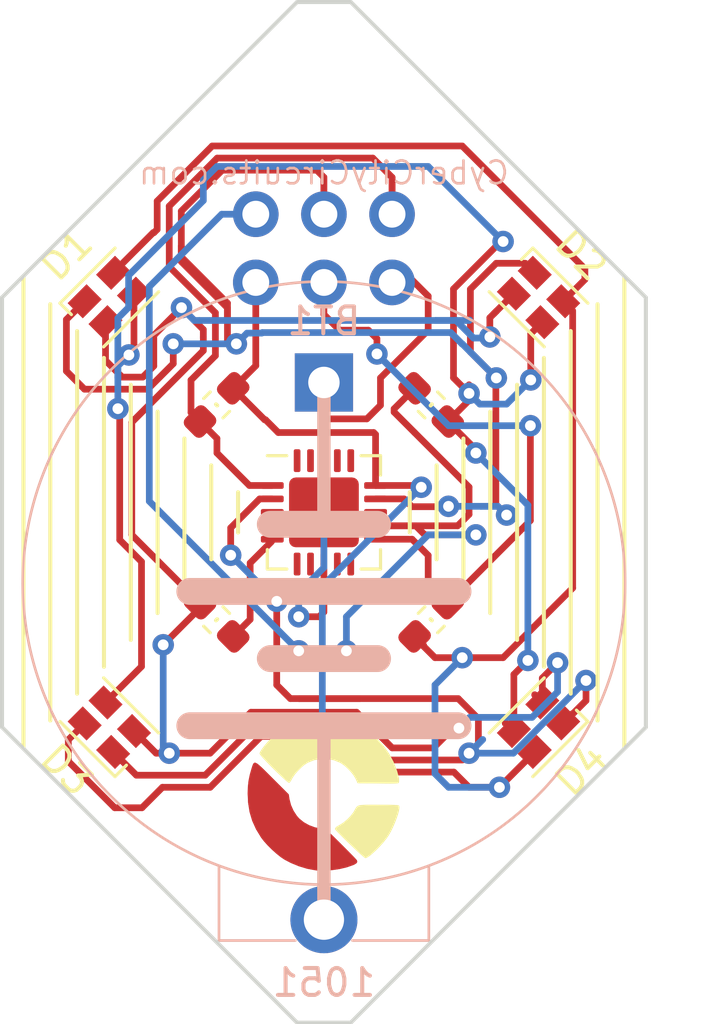
<source format=kicad_pcb>
(kicad_pcb (version 20171130) (host pcbnew "(5.1.6)-1")

  (general
    (thickness 1.6)
    (drawings 28)
    (tracks 325)
    (zones 0)
    (modules 13)
    (nets 24)
  )

  (page A4)
  (layers
    (0 F.Cu signal)
    (31 B.Cu signal)
    (32 B.Adhes user)
    (33 F.Adhes user)
    (34 B.Paste user)
    (35 F.Paste user)
    (36 B.SilkS user)
    (37 F.SilkS user)
    (38 B.Mask user)
    (39 F.Mask user)
    (40 Dwgs.User user)
    (41 Cmts.User user)
    (42 Eco1.User user)
    (43 Eco2.User user)
    (44 Edge.Cuts user)
    (45 Margin user)
    (46 B.CrtYd user)
    (47 F.CrtYd user)
    (48 B.Fab user)
    (49 F.Fab user)
  )

  (setup
    (last_trace_width 0.25)
    (trace_clearance 0.2)
    (zone_clearance 0.508)
    (zone_45_only no)
    (trace_min 0.2)
    (via_size 0.8)
    (via_drill 0.4)
    (via_min_size 0.4)
    (via_min_drill 0.3)
    (uvia_size 0.3)
    (uvia_drill 0.1)
    (uvias_allowed no)
    (uvia_min_size 0.2)
    (uvia_min_drill 0.1)
    (edge_width 0.15)
    (segment_width 0.2)
    (pcb_text_width 0.3)
    (pcb_text_size 1.5 1.5)
    (mod_edge_width 0.15)
    (mod_text_size 1 1)
    (mod_text_width 0.15)
    (pad_size 2.6 2.6)
    (pad_drill 0)
    (pad_to_mask_clearance 0.2)
    (aux_axis_origin 87.74 119.04)
    (visible_elements 7FFFFFFF)
    (pcbplotparams
      (layerselection 0x010fc_ffffffff)
      (usegerberextensions false)
      (usegerberattributes false)
      (usegerberadvancedattributes false)
      (creategerberjobfile true)
      (excludeedgelayer true)
      (linewidth 0.100000)
      (plotframeref false)
      (viasonmask false)
      (mode 1)
      (useauxorigin false)
      (hpglpennumber 1)
      (hpglpenspeed 20)
      (hpglpendiameter 15.000000)
      (psnegative false)
      (psa4output false)
      (plotreference true)
      (plotvalue true)
      (plotinvisibletext false)
      (padsonsilk false)
      (subtractmaskfromsilk true)
      (outputformat 1)
      (mirror false)
      (drillshape 0)
      (scaleselection 1)
      (outputdirectory "../Gerbers/"))
  )

  (net 0 "")
  (net 1 A0)
  (net 2 B)
  (net 3 A1)
  (net 4 R)
  (net 5 G)
  (net 6 VCC)
  (net 7 GND)
  (net 8 ATTINY85_MISO)
  (net 9 ATTINY85_MOSI)
  (net 10 ATTINY85_RESET)
  (net 11 "Net-(U1-Pad3)")
  (net 12 "Net-(U1-Pad4)")
  (net 13 "Net-(U1-Pad6)")
  (net 14 "Net-(U1-Pad7)")
  (net 15 "Net-(U1-Pad9)")
  (net 16 "Net-(U1-Pad10)")
  (net 17 "Net-(U1-Pad13)")
  (net 18 "Net-(U1-Pad16)")
  (net 19 "Net-(U1-Pad17)")
  (net 20 "Net-(U1-Pad18)")
  (net 21 "Net-(U1-Pad19)")
  (net 22 "Net-(U1-Pad20)")
  (net 23 ATTINY85_PB4)

  (net_class Default "This is the default net class."
    (clearance 0.2)
    (trace_width 0.25)
    (via_dia 0.8)
    (via_drill 0.4)
    (uvia_dia 0.3)
    (uvia_drill 0.1)
    (add_net A0)
    (add_net A1)
    (add_net ATTINY85_MISO)
    (add_net ATTINY85_MOSI)
    (add_net ATTINY85_PB4)
    (add_net ATTINY85_RESET)
    (add_net B)
    (add_net G)
    (add_net GND)
    (add_net "Net-(U1-Pad10)")
    (add_net "Net-(U1-Pad13)")
    (add_net "Net-(U1-Pad16)")
    (add_net "Net-(U1-Pad17)")
    (add_net "Net-(U1-Pad18)")
    (add_net "Net-(U1-Pad19)")
    (add_net "Net-(U1-Pad20)")
    (add_net "Net-(U1-Pad3)")
    (add_net "Net-(U1-Pad4)")
    (add_net "Net-(U1-Pad6)")
    (add_net "Net-(U1-Pad7)")
    (add_net "Net-(U1-Pad9)")
    (add_net R)
    (add_net VCC)
  )

  (module "CCC-Schematic-Footprints:Schematic - Battery CR2032" (layer B.Cu) (tedit 5ECF20F3) (tstamp 5ECF9637)
    (at 100 105.07 270)
    (descr http://www.memoryprotectiondevices.com/datasheets/BS-7-datasheet.pdf)
    (path /5C6D3B8A)
    (fp_text reference BT1 (at -12.192 0) (layer B.SilkS)
      (effects (font (size 1 1) (thickness 0.15)) (justify mirror))
    )
    (fp_text value Battery_Cell (at -0.254 -13.56 90) (layer B.Fab)
      (effects (font (size 1 1) (thickness 0.15)) (justify mirror))
    )
    (fp_line (start -4.626 0) (end -9.906 0) (layer B.SilkS) (width 0.5))
    (fp_line (start 10.094 0) (end 2.874 0) (layer B.SilkS) (width 0.5))
    (fp_line (start -4.626 -2) (end -4.626 2) (layer B.SilkS) (width 1))
    (fp_line (start -2.126 -5) (end -2.126 5) (layer B.SilkS) (width 1))
    (fp_line (start 0.374 -2) (end 0.374 2) (layer B.SilkS) (width 1))
    (fp_line (start 2.874 -5) (end 2.874 5) (layer B.SilkS) (width 1))
    (fp_circle (center -2.4384 0) (end -13.6144 0) (layer B.Fab) (width 0.1))
    (fp_circle (center -2.4384 0) (end -13.6652 0) (layer B.SilkS) (width 0.1))
    (fp_line (start 8.0772 3.81) (end 10.7696 3.81) (layer B.Fab) (width 0.1))
    (fp_line (start 8.0772 -3.81) (end 10.7696 -3.81) (layer B.Fab) (width 0.1))
    (fp_line (start 10.7696 3.81) (end 10.7696 -3.81) (layer B.Fab) (width 0.1))
    (fp_line (start 8.128 3.9116) (end 10.8712 3.9116) (layer B.SilkS) (width 0.1))
    (fp_line (start 8.128 -3.9116) (end 10.8712 -3.9116) (layer B.SilkS) (width 0.1))
    (fp_line (start 10.8712 3.9116) (end 10.8712 1.0668) (layer B.SilkS) (width 0.1))
    (fp_line (start 10.8712 -3.9116) (end 10.8712 -1.0668) (layer B.SilkS) (width 0.1))
    (fp_line (start -13.8684 11.43) (end -13.8684 -11.43) (layer B.CrtYd) (width 0.05))
    (fp_line (start 11.6078 11.43) (end 11.6078 -11.43) (layer B.CrtYd) (width 0.05))
    (fp_line (start -13.8684 11.43) (end 11.6078 11.43) (layer B.CrtYd) (width 0.05))
    (fp_line (start -13.8684 -11.43) (end 11.6078 -11.43) (layer B.CrtYd) (width 0.05))
    (fp_text user %R (at 10.3124 0 270) (layer B.Fab)
      (effects (font (size 1 1) (thickness 0.15)) (justify mirror))
    )
    (pad 1 thru_hole circle (at 10.094 0 270) (size 2.5 2.5) (drill 1.5) (layers *.Cu *.Mask)
      (net 6 VCC))
    (pad 2 thru_hole rect (at -9.906 0 270) (size 2.17 2.17) (drill 1.17) (layers *.Cu *.Mask)
      (net 7 GND))
  )

  (module Connector_PinSocket_2.54mm:PinSocket_2x03_P2.54mm_Vertical (layer F.Cu) (tedit 5ECF2B46) (tstamp 5ECF8E66)
    (at 100 90.17 90)
    (descr "Through hole straight socket strip, 2x03, 2.54mm pitch, double cols (from Kicad 4.0.7), script generated")
    (tags "Through hole socket strip THT 2x03 2.54mm double row")
    (path /5ED153C2)
    (fp_text reference J1 (at 0 -5.31 90) (layer F.SilkS) hide
      (effects (font (size 1 1) (thickness 0.15)))
    )
    (fp_text value AVR-ISP-6 (at 0 5.31 90) (layer F.Fab)
      (effects (font (size 1 1) (thickness 0.15)))
    )
    (fp_line (start -2.54 -3.81) (end 1.54 -3.81) (layer F.Fab) (width 0.1))
    (fp_line (start 1.54 -3.81) (end 2.54 -2.81) (layer F.Fab) (width 0.1))
    (fp_line (start 2.54 -2.81) (end 2.54 3.81) (layer F.Fab) (width 0.1))
    (fp_line (start 2.54 3.81) (end -2.54 3.81) (layer F.Fab) (width 0.1))
    (fp_line (start -2.54 3.81) (end -2.54 -3.81) (layer F.Fab) (width 0.1))
    (fp_line (start -3.07 -4.34) (end 3.03 -4.34) (layer F.CrtYd) (width 0.05))
    (fp_line (start 3.03 -4.34) (end 3.03 4.31) (layer F.CrtYd) (width 0.05))
    (fp_line (start 3.03 4.31) (end -3.07 4.31) (layer F.CrtYd) (width 0.05))
    (fp_line (start -3.07 4.31) (end -3.07 -4.34) (layer F.CrtYd) (width 0.05))
    (fp_text user %R (at 0 0) (layer F.Fab)
      (effects (font (size 1 1) (thickness 0.15)))
    )
    (pad 1 thru_hole circle (at 1.27 -2.54 90) (size 1.7 1.7) (drill 1) (layers *.Cu *.Mask)
      (net 8 ATTINY85_MISO))
    (pad 2 thru_hole oval (at -1.27 -2.54 90) (size 1.7 1.7) (drill 1) (layers *.Cu *.Mask)
      (net 6 VCC))
    (pad 3 thru_hole oval (at 1.27 0 90) (size 1.7 1.7) (drill 1) (layers *.Cu *.Mask)
      (net 1 A0))
    (pad 4 thru_hole oval (at -1.27 0 90) (size 1.7 1.7) (drill 1) (layers *.Cu *.Mask)
      (net 9 ATTINY85_MOSI))
    (pad 5 thru_hole oval (at 1.27 2.54 90) (size 1.7 1.7) (drill 1) (layers *.Cu *.Mask)
      (net 10 ATTINY85_RESET))
    (pad 6 thru_hole oval (at -1.27 2.54 90) (size 1.7 1.7) (drill 1) (layers *.Cu *.Mask)
      (net 7 GND))
    (model ${KISYS3DMOD}/Connector_PinSocket_2.54mm.3dshapes/PinSocket_2x03_P2.54mm_Vertical.wrl
      (at (xyz 0 0 0))
      (scale (xyz 1 1 1))
      (rotate (xyz 0 0 0))
    )
  )

  (module "CCC_Drawings:Logo - Circle C 6.5mm" (layer F.Cu) (tedit 5ECF2AD9) (tstamp 5ECFEDC8)
    (at 100 110.5)
    (fp_text reference G*** (at 0 0) (layer F.SilkS) hide
      (effects (font (size 1.524 1.524) (thickness 0.3)))
    )
    (fp_text value LOGO (at 0.75 0) (layer F.SilkS) hide
      (effects (font (size 1.524 1.524) (thickness 0.3)))
    )
    (fp_poly (pts (xy 0.424145 -2.830967) (xy 0.791092 -2.751392) (xy 1.150699 -2.62259) (xy 1.346859 -2.528947)
      (xy 1.659899 -2.336462) (xy 1.945312 -2.102872) (xy 2.198801 -1.833638) (xy 2.416073 -1.534217)
      (xy 2.592833 -1.210069) (xy 2.724785 -0.866653) (xy 2.763152 -0.728763) (xy 2.793026 -0.584786)
      (xy 2.799496 -0.48559) (xy 2.782505 -0.429379) (xy 2.753167 -0.414237) (xy 2.706956 -0.410978)
      (xy 2.652675 -0.408641) (xy 2.583451 -0.407198) (xy 2.492411 -0.406619) (xy 2.372684 -0.406875)
      (xy 2.217396 -0.407937) (xy 2.019676 -0.409776) (xy 1.925657 -0.410739) (xy 1.259213 -0.417683)
      (xy 1.184958 -0.580072) (xy 1.11144 -0.705009) (xy 1.004874 -0.840531) (xy 0.87835 -0.97301)
      (xy 0.744956 -1.088822) (xy 0.617779 -1.174338) (xy 0.610255 -1.178409) (xy 0.379137 -1.272698)
      (xy 0.133633 -1.32062) (xy -0.116875 -1.322175) (xy -0.363008 -1.277365) (xy -0.595385 -1.186188)
      (xy -0.610255 -1.178409) (xy -0.725286 -1.102803) (xy -0.851213 -0.996788) (xy -0.975112 -0.873538)
      (xy -1.084061 -0.746228) (xy -1.165135 -0.62803) (xy -1.182902 -0.594654) (xy -1.226851 -0.514506)
      (xy -1.268985 -0.454767) (xy -1.295871 -0.431021) (xy -1.325196 -0.444295) (xy -1.384546 -0.489909)
      (xy -1.468249 -0.562251) (xy -1.570631 -0.65571) (xy -1.686019 -0.764674) (xy -1.808741 -0.883531)
      (xy -1.933124 -1.00667) (xy -2.053494 -1.128479) (xy -2.16418 -1.243346) (xy -2.259507 -1.34566)
      (xy -2.333803 -1.42981) (xy -2.381395 -1.490183) (xy -2.396718 -1.519976) (xy -2.379658 -1.570717)
      (xy -2.333221 -1.649236) (xy -2.264522 -1.746122) (xy -2.180677 -1.851963) (xy -2.088802 -1.95735)
      (xy -1.996011 -2.052872) (xy -1.988028 -2.060502) (xy -1.690363 -2.308562) (xy -1.369871 -2.511633)
      (xy -1.030863 -2.669109) (xy -0.677648 -2.780387) (xy -0.314535 -2.844859) (xy 0.054166 -2.86192)
      (xy 0.424145 -2.830967)) (layer F.SilkS) (width 0.01))
    (fp_poly (pts (xy 1.945172 0.390692) (xy 2.036855 0.390769) (xy 2.255666 0.39099) (xy 2.428028 0.391871)
      (xy 2.559594 0.393739) (xy 2.656017 0.396921) (xy 2.722948 0.401746) (xy 2.766041 0.408539)
      (xy 2.790948 0.417628) (xy 2.803322 0.429341) (xy 2.806214 0.435309) (xy 2.811161 0.500472)
      (xy 2.794633 0.602656) (xy 2.759893 0.733028) (xy 2.710203 0.882753) (xy 2.648827 1.042997)
      (xy 2.579028 1.204928) (xy 2.504068 1.35971) (xy 2.42721 1.498509) (xy 2.393721 1.552104)
      (xy 2.308089 1.671876) (xy 2.204147 1.79943) (xy 2.088613 1.928285) (xy 1.968203 2.051961)
      (xy 1.849635 2.163977) (xy 1.739627 2.257854) (xy 1.644894 2.32711) (xy 1.572156 2.365267)
      (xy 1.545223 2.370666) (xy 1.517314 2.353231) (xy 1.457168 2.303952) (xy 1.369845 2.22737)
      (xy 1.260401 2.128024) (xy 1.133897 2.010455) (xy 0.99539 1.879202) (xy 0.961936 1.847141)
      (xy 0.82278 1.712486) (xy 0.696764 1.5886) (xy 0.588595 1.48027) (xy 0.502983 1.392281)
      (xy 0.444637 1.329419) (xy 0.418267 1.296472) (xy 0.417219 1.293552) (xy 0.428167 1.250519)
      (xy 0.465763 1.210107) (xy 0.539009 1.164197) (xy 0.590433 1.13734) (xy 0.726927 1.051609)
      (xy 0.868197 0.934499) (xy 0.99813 0.801359) (xy 1.100608 0.667538) (xy 1.123596 0.629541)
      (xy 1.160512 0.561766) (xy 1.190805 0.508105) (xy 1.22073 0.466921) (xy 1.25654 0.436582)
      (xy 1.304488 0.41545) (xy 1.370828 0.401891) (xy 1.461812 0.394271) (xy 1.583696 0.390955)
      (xy 1.742731 0.390306) (xy 1.945172 0.390692)) (layer F.SilkS) (width 0.01))
    (fp_poly (pts (xy -2.549607 -1.175253) (xy -2.495855 -1.148098) (xy -2.424351 -1.093632) (xy -2.331057 -1.009945)
      (xy -2.211935 -0.895133) (xy -2.062946 -0.747286) (xy -1.916979 -0.601388) (xy -1.313893 0.001288)
      (xy -1.284879 0.185554) (xy -1.229731 0.397843) (xy -1.13571 0.60817) (xy -1.012091 0.798209)
      (xy -0.924254 0.898203) (xy -0.754472 1.036908) (xy -0.554244 1.149648) (xy -0.3385 1.230103)
      (xy -0.122171 1.271955) (xy -0.030363 1.276513) (xy -0.001938 1.278724) (xy 0.028063 1.287905)
      (xy 0.064108 1.307874) (xy 0.110662 1.342451) (xy 0.172192 1.395455) (xy 0.253164 1.470705)
      (xy 0.358045 1.572021) (xy 0.491301 1.703222) (xy 0.632261 1.843128) (xy 0.77478 1.985462)
      (xy 0.905825 2.117528) (xy 1.020662 2.234461) (xy 1.114557 2.331396) (xy 1.182774 2.403466)
      (xy 1.220578 2.445806) (xy 1.226189 2.453446) (xy 1.240288 2.511012) (xy 1.210993 2.56154)
      (xy 1.134646 2.609992) (xy 1.098803 2.626244) (xy 0.855457 2.711533) (xy 0.580179 2.776739)
      (xy 0.290027 2.819518) (xy 0.002057 2.837525) (xy -0.266672 2.828415) (xy -0.325641 2.82203)
      (xy -0.624717 2.76555) (xy -0.934572 2.672102) (xy -1.236977 2.547994) (xy -1.46929 2.426201)
      (xy -1.610078 2.331576) (xy -1.768408 2.205342) (xy -1.932267 2.0588) (xy -2.089641 1.903251)
      (xy -2.228517 1.749994) (xy -2.336881 1.61033) (xy -2.337304 1.609715) (xy -2.527753 1.298385)
      (xy -2.638001 1.055077) (xy -0.885744 1.055077) (xy -0.872718 1.068102) (xy -0.859693 1.055077)
      (xy -0.872718 1.042051) (xy -0.885744 1.055077) (xy -2.638001 1.055077) (xy -2.670692 0.982933)
      (xy -2.742546 0.742461) (xy -2.683282 0.742461) (xy -2.670257 0.755487) (xy -2.657231 0.742461)
      (xy -2.670257 0.729436) (xy -2.683282 0.742461) (xy -2.742546 0.742461) (xy -2.768616 0.655215)
      (xy -2.824019 0.307086) (xy -2.83959 -0.030028) (xy -2.832252 -0.273539) (xy -1.693334 -0.273539)
      (xy -1.680308 -0.260513) (xy -1.667282 -0.273539) (xy -1.680308 -0.286564) (xy -1.693334 -0.273539)
      (xy -2.832252 -0.273539) (xy -2.83203 -0.280885) (xy -2.806955 -0.507332) (xy -2.760767 -0.732444)
      (xy -2.693422 -0.968101) (xy -2.667857 -1.048897) (xy -2.644731 -1.111918) (xy -2.620007 -1.155256)
      (xy -2.589644 -1.177003) (xy -2.549607 -1.175253)) (layer F.Cu) (width 0.01))
    (fp_poly (pts (xy -2.549607 -1.175253) (xy -2.495855 -1.148098) (xy -2.424351 -1.093632) (xy -2.331057 -1.009945)
      (xy -2.211935 -0.895133) (xy -2.062946 -0.747286) (xy -1.916979 -0.601388) (xy -1.313893 0.001288)
      (xy -1.284879 0.185554) (xy -1.229731 0.397843) (xy -1.13571 0.60817) (xy -1.012091 0.798209)
      (xy -0.924254 0.898203) (xy -0.754472 1.036908) (xy -0.554244 1.149648) (xy -0.3385 1.230103)
      (xy -0.122171 1.271955) (xy -0.030363 1.276513) (xy -0.001938 1.278724) (xy 0.028063 1.287905)
      (xy 0.064108 1.307874) (xy 0.110662 1.342451) (xy 0.172192 1.395455) (xy 0.253164 1.470705)
      (xy 0.358045 1.572021) (xy 0.491301 1.703222) (xy 0.632261 1.843128) (xy 0.77478 1.985462)
      (xy 0.905825 2.117528) (xy 1.020662 2.234461) (xy 1.114557 2.331396) (xy 1.182774 2.403466)
      (xy 1.220578 2.445806) (xy 1.226189 2.453446) (xy 1.240288 2.511012) (xy 1.210993 2.56154)
      (xy 1.134646 2.609992) (xy 1.098803 2.626244) (xy 0.855457 2.711533) (xy 0.580179 2.776739)
      (xy 0.290027 2.819518) (xy 0.002057 2.837525) (xy -0.266672 2.828415) (xy -0.325641 2.82203)
      (xy -0.624717 2.76555) (xy -0.934572 2.672102) (xy -1.236977 2.547994) (xy -1.46929 2.426201)
      (xy -1.610078 2.331576) (xy -1.768408 2.205342) (xy -1.932267 2.0588) (xy -2.089641 1.903251)
      (xy -2.228517 1.749994) (xy -2.336881 1.61033) (xy -2.337304 1.609715) (xy -2.527753 1.298385)
      (xy -2.638001 1.055077) (xy -0.885744 1.055077) (xy -0.872718 1.068102) (xy -0.859693 1.055077)
      (xy -0.872718 1.042051) (xy -0.885744 1.055077) (xy -2.638001 1.055077) (xy -2.670692 0.982933)
      (xy -2.742546 0.742461) (xy -2.683282 0.742461) (xy -2.670257 0.755487) (xy -2.657231 0.742461)
      (xy -2.670257 0.729436) (xy -2.683282 0.742461) (xy -2.742546 0.742461) (xy -2.768616 0.655215)
      (xy -2.824019 0.307086) (xy -2.83959 -0.030028) (xy -2.832252 -0.273539) (xy -1.693334 -0.273539)
      (xy -1.680308 -0.260513) (xy -1.667282 -0.273539) (xy -1.680308 -0.286564) (xy -1.693334 -0.273539)
      (xy -2.832252 -0.273539) (xy -2.83203 -0.280885) (xy -2.806955 -0.507332) (xy -2.760767 -0.732444)
      (xy -2.693422 -0.968101) (xy -2.667857 -1.048897) (xy -2.644731 -1.111918) (xy -2.620007 -1.155256)
      (xy -2.589644 -1.177003) (xy -2.549607 -1.175253)) (layer F.Mask) (width 0.01))
  )

  (module "CCC-Schematic-Footprints:3mm Mount Hole" (layer F.Cu) (tedit 5ECF19F3) (tstamp 5ECF9530)
    (at 100 84)
    (fp_text reference " " (at 0 0.5) (layer F.SilkS) hide
      (effects (font (size 1 1) (thickness 0.15)))
    )
    (fp_text value 3mm_Hole (at 0 -0.5) (layer F.Fab)
      (effects (font (size 1 1) (thickness 0.15)))
    )
    (pad "" np_thru_hole circle (at 0 0) (size 3.3 3.3) (drill 3.3) (layers *.Cu *.Mask))
  )

  (module CCC-Parts-Library:R_0603 (layer F.Cu) (tedit 5E80279C) (tstamp 5ECF8E78)
    (at 104 104 45)
    (descr "Resistor SMD 0603 (1608 Metric), square (rectangular) end terminal, IPC_7351 nominal with elongated pad for handsoldering. (Body size source: http://www.tortai-tech.com/upload/download/2011102023233369053.pdf), generated with kicad-footprint-generator")
    (tags "resistor handsolder")
    (path /5C66A369)
    (attr smd)
    (fp_text reference R1 (at 0 -1.43 45) (layer F.SilkS) hide
      (effects (font (size 1 1) (thickness 0.15)))
    )
    (fp_text value 470 (at 0 1.43 45) (layer F.Fab)
      (effects (font (size 1 1) (thickness 0.15)))
    )
    (fp_line (start -0.8 0.4) (end -0.8 -0.4) (layer F.Fab) (width 0.1))
    (fp_line (start -0.8 -0.4) (end 0.8 -0.4) (layer F.Fab) (width 0.1))
    (fp_line (start 0.8 -0.4) (end 0.8 0.4) (layer F.Fab) (width 0.1))
    (fp_line (start 0.8 0.4) (end -0.8 0.4) (layer F.Fab) (width 0.1))
    (fp_line (start -0.171267 -0.51) (end 0.171267 -0.51) (layer F.SilkS) (width 0.12))
    (fp_line (start -0.171267 0.51) (end 0.171267 0.51) (layer F.SilkS) (width 0.12))
    (fp_line (start -1.65 0.73) (end -1.65 -0.73) (layer F.CrtYd) (width 0.05))
    (fp_line (start -1.65 -0.73) (end 1.65 -0.73) (layer F.CrtYd) (width 0.05))
    (fp_line (start 1.65 -0.73) (end 1.65 0.73) (layer F.CrtYd) (width 0.05))
    (fp_line (start 1.65 0.73) (end -1.65 0.73) (layer F.CrtYd) (width 0.05))
    (fp_line (start 0 -0.03) (end 0 0.03) (layer F.SilkS) (width 0.15))
    (fp_text user %R (at 0 0 45) (layer F.Fab)
      (effects (font (size 0.4 0.4) (thickness 0.06)))
    )
    (pad 1 smd roundrect (at -0.875 0 45) (size 1.05 0.95) (layers F.Cu F.Paste F.Mask) (roundrect_rratio 0.25)
      (net 2 B))
    (pad 2 smd roundrect (at 0.875 0 45) (size 1.05 0.95) (layers F.Cu F.Paste F.Mask) (roundrect_rratio 0.25)
      (net 9 ATTINY85_MOSI))
    (model ${KISYS3DMOD}/Resistor_SMD.3dshapes/R_0603_1608Metric.wrl
      (at (xyz 0 0 0))
      (scale (xyz 1 1 1))
      (rotate (xyz 0 0 0))
    )
  )

  (module CCC-Parts-Library:R_0603 (layer F.Cu) (tedit 5E80279C) (tstamp 5ECF8E8A)
    (at 104 96 135)
    (descr "Resistor SMD 0603 (1608 Metric), square (rectangular) end terminal, IPC_7351 nominal with elongated pad for handsoldering. (Body size source: http://www.tortai-tech.com/upload/download/2011102023233369053.pdf), generated with kicad-footprint-generator")
    (tags "resistor handsolder")
    (path /5C66A3C1)
    (attr smd)
    (fp_text reference R2 (at 0 -1.43 135) (layer F.SilkS) hide
      (effects (font (size 1 1) (thickness 0.15)))
    )
    (fp_text value 470 (at 0 1.43 135) (layer F.Fab)
      (effects (font (size 1 1) (thickness 0.15)))
    )
    (fp_line (start 0 -0.03) (end 0 0.03) (layer F.SilkS) (width 0.15))
    (fp_line (start 1.65 0.73) (end -1.65 0.73) (layer F.CrtYd) (width 0.05))
    (fp_line (start 1.65 -0.73) (end 1.65 0.73) (layer F.CrtYd) (width 0.05))
    (fp_line (start -1.65 -0.73) (end 1.65 -0.73) (layer F.CrtYd) (width 0.05))
    (fp_line (start -1.65 0.73) (end -1.65 -0.73) (layer F.CrtYd) (width 0.05))
    (fp_line (start -0.171267 0.51) (end 0.171267 0.51) (layer F.SilkS) (width 0.12))
    (fp_line (start -0.171267 -0.51) (end 0.171267 -0.51) (layer F.SilkS) (width 0.12))
    (fp_line (start 0.8 0.4) (end -0.8 0.4) (layer F.Fab) (width 0.1))
    (fp_line (start 0.8 -0.4) (end 0.8 0.4) (layer F.Fab) (width 0.1))
    (fp_line (start -0.8 -0.4) (end 0.8 -0.4) (layer F.Fab) (width 0.1))
    (fp_line (start -0.8 0.4) (end -0.8 -0.4) (layer F.Fab) (width 0.1))
    (fp_text user %R (at 0 0 135) (layer F.Fab)
      (effects (font (size 0.4 0.4) (thickness 0.06)))
    )
    (pad 2 smd roundrect (at 0.875 0 135) (size 1.05 0.95) (layers F.Cu F.Paste F.Mask) (roundrect_rratio 0.25)
      (net 8 ATTINY85_MISO))
    (pad 1 smd roundrect (at -0.875 0 135) (size 1.05 0.95) (layers F.Cu F.Paste F.Mask) (roundrect_rratio 0.25)
      (net 5 G))
    (model ${KISYS3DMOD}/Resistor_SMD.3dshapes/R_0603_1608Metric.wrl
      (at (xyz 0 0 0))
      (scale (xyz 1 1 1))
      (rotate (xyz 0 0 0))
    )
  )

  (module CCC-Parts-Library:R_0603 (layer F.Cu) (tedit 5E80279C) (tstamp 5ECF8E9C)
    (at 96 104 315)
    (descr "Resistor SMD 0603 (1608 Metric), square (rectangular) end terminal, IPC_7351 nominal with elongated pad for handsoldering. (Body size source: http://www.tortai-tech.com/upload/download/2011102023233369053.pdf), generated with kicad-footprint-generator")
    (tags "resistor handsolder")
    (path /5C66A410)
    (attr smd)
    (fp_text reference R3 (at 0 -1.43 135) (layer F.SilkS) hide
      (effects (font (size 1 1) (thickness 0.15)))
    )
    (fp_text value 470 (at 0 1.43 135) (layer F.Fab)
      (effects (font (size 1 1) (thickness 0.15)))
    )
    (fp_line (start -0.8 0.4) (end -0.8 -0.4) (layer F.Fab) (width 0.1))
    (fp_line (start -0.8 -0.4) (end 0.8 -0.4) (layer F.Fab) (width 0.1))
    (fp_line (start 0.8 -0.4) (end 0.8 0.4) (layer F.Fab) (width 0.1))
    (fp_line (start 0.8 0.4) (end -0.8 0.4) (layer F.Fab) (width 0.1))
    (fp_line (start -0.171267 -0.51) (end 0.171267 -0.51) (layer F.SilkS) (width 0.12))
    (fp_line (start -0.171267 0.51) (end 0.171267 0.51) (layer F.SilkS) (width 0.12))
    (fp_line (start -1.65 0.73) (end -1.65 -0.73) (layer F.CrtYd) (width 0.05))
    (fp_line (start -1.65 -0.73) (end 1.65 -0.73) (layer F.CrtYd) (width 0.05))
    (fp_line (start 1.65 -0.73) (end 1.65 0.73) (layer F.CrtYd) (width 0.05))
    (fp_line (start 1.65 0.73) (end -1.65 0.73) (layer F.CrtYd) (width 0.05))
    (fp_line (start 0 -0.03) (end 0 0.03) (layer F.SilkS) (width 0.15))
    (fp_text user %R (at 0 0 135) (layer F.Fab)
      (effects (font (size 0.4 0.4) (thickness 0.06)))
    )
    (pad 1 smd roundrect (at -0.875 0 315) (size 1.05 0.95) (layers F.Cu F.Paste F.Mask) (roundrect_rratio 0.25)
      (net 4 R))
    (pad 2 smd roundrect (at 0.875 0 315) (size 1.05 0.95) (layers F.Cu F.Paste F.Mask) (roundrect_rratio 0.25)
      (net 23 ATTINY85_PB4))
    (model ${KISYS3DMOD}/Resistor_SMD.3dshapes/R_0603_1608Metric.wrl
      (at (xyz 0 0 0))
      (scale (xyz 1 1 1))
      (rotate (xyz 0 0 0))
    )
  )

  (module CCC-Parts-Library:R_0603 (layer F.Cu) (tedit 5E80279C) (tstamp 5ECF8EAE)
    (at 96 96 225)
    (descr "Resistor SMD 0603 (1608 Metric), square (rectangular) end terminal, IPC_7351 nominal with elongated pad for handsoldering. (Body size source: http://www.tortai-tech.com/upload/download/2011102023233369053.pdf), generated with kicad-footprint-generator")
    (tags "resistor handsolder")
    (path /5C6BF1B3)
    (attr smd)
    (fp_text reference R4 (at 0 -1.43 45) (layer F.SilkS) hide
      (effects (font (size 1 1) (thickness 0.15)))
    )
    (fp_text value 10000 (at 0 1.43 45) (layer F.Fab)
      (effects (font (size 1 1) (thickness 0.15)))
    )
    (fp_line (start 0 -0.03) (end 0 0.03) (layer F.SilkS) (width 0.15))
    (fp_line (start 1.65 0.73) (end -1.65 0.73) (layer F.CrtYd) (width 0.05))
    (fp_line (start 1.65 -0.73) (end 1.65 0.73) (layer F.CrtYd) (width 0.05))
    (fp_line (start -1.65 -0.73) (end 1.65 -0.73) (layer F.CrtYd) (width 0.05))
    (fp_line (start -1.65 0.73) (end -1.65 -0.73) (layer F.CrtYd) (width 0.05))
    (fp_line (start -0.171267 0.51) (end 0.171267 0.51) (layer F.SilkS) (width 0.12))
    (fp_line (start -0.171267 -0.51) (end 0.171267 -0.51) (layer F.SilkS) (width 0.12))
    (fp_line (start 0.8 0.4) (end -0.8 0.4) (layer F.Fab) (width 0.1))
    (fp_line (start 0.8 -0.4) (end 0.8 0.4) (layer F.Fab) (width 0.1))
    (fp_line (start -0.8 -0.4) (end 0.8 -0.4) (layer F.Fab) (width 0.1))
    (fp_line (start -0.8 0.4) (end -0.8 -0.4) (layer F.Fab) (width 0.1))
    (fp_text user %R (at 0 0 45) (layer F.Fab)
      (effects (font (size 0.4 0.4) (thickness 0.06)))
    )
    (pad 2 smd roundrect (at 0.875 0 225) (size 1.05 0.95) (layers F.Cu F.Paste F.Mask) (roundrect_rratio 0.25)
      (net 10 ATTINY85_RESET))
    (pad 1 smd roundrect (at -0.875 0 225) (size 1.05 0.95) (layers F.Cu F.Paste F.Mask) (roundrect_rratio 0.25)
      (net 6 VCC))
    (model ${KISYS3DMOD}/Resistor_SMD.3dshapes/R_0603_1608Metric.wrl
      (at (xyz 0 0 0))
      (scale (xyz 1 1 1))
      (rotate (xyz 0 0 0))
    )
  )

  (module Package_DFN_QFN:QFN-20-1EP_4x4mm_P0.5mm_EP2.6x2.6mm (layer F.Cu) (tedit 5C1FE963) (tstamp 5ECF8EF3)
    (at 100 100)
    (descr "QFN, 20 Pin (http://ww1.microchip.com/downloads/en/DeviceDoc/doc2535.pdf#page=164), generated with kicad-footprint-generator ipc_dfn_qfn_generator.py")
    (tags "QFN DFN_QFN")
    (path /5ECF26B6)
    (attr smd)
    (fp_text reference U1 (at 0 -3.3) (layer F.SilkS) hide
      (effects (font (size 1 1) (thickness 0.15)))
    )
    (fp_text value ATtiny85V-10MU (at 0 3.3) (layer F.Fab)
      (effects (font (size 1 1) (thickness 0.15)))
    )
    (fp_line (start 1.385 -2.11) (end 2.11 -2.11) (layer F.SilkS) (width 0.12))
    (fp_line (start 2.11 -2.11) (end 2.11 -1.385) (layer F.SilkS) (width 0.12))
    (fp_line (start -1.385 2.11) (end -2.11 2.11) (layer F.SilkS) (width 0.12))
    (fp_line (start -2.11 2.11) (end -2.11 1.385) (layer F.SilkS) (width 0.12))
    (fp_line (start 1.385 2.11) (end 2.11 2.11) (layer F.SilkS) (width 0.12))
    (fp_line (start 2.11 2.11) (end 2.11 1.385) (layer F.SilkS) (width 0.12))
    (fp_line (start -1.385 -2.11) (end -2.11 -2.11) (layer F.SilkS) (width 0.12))
    (fp_line (start -1 -2) (end 2 -2) (layer F.Fab) (width 0.1))
    (fp_line (start 2 -2) (end 2 2) (layer F.Fab) (width 0.1))
    (fp_line (start 2 2) (end -2 2) (layer F.Fab) (width 0.1))
    (fp_line (start -2 2) (end -2 -1) (layer F.Fab) (width 0.1))
    (fp_line (start -2 -1) (end -1 -2) (layer F.Fab) (width 0.1))
    (fp_line (start -2.6 -2.6) (end -2.6 2.6) (layer F.CrtYd) (width 0.05))
    (fp_line (start -2.6 2.6) (end 2.6 2.6) (layer F.CrtYd) (width 0.05))
    (fp_line (start 2.6 2.6) (end 2.6 -2.6) (layer F.CrtYd) (width 0.05))
    (fp_line (start 2.6 -2.6) (end -2.6 -2.6) (layer F.CrtYd) (width 0.05))
    (fp_text user %R (at 0 0) (layer F.Fab)
      (effects (font (size 1 1) (thickness 0.15)))
    )
    (pad 21 smd roundrect (at 0 0) (size 2.6 2.6) (layers F.Cu F.Mask) (roundrect_rratio 0.096154)
      (net 7 GND))
    (pad "" smd roundrect (at -0.65 -0.65) (size 1.05 1.05) (layers F.Paste) (roundrect_rratio 0.238095))
    (pad "" smd roundrect (at -0.65 0.65) (size 1.05 1.05) (layers F.Paste) (roundrect_rratio 0.238095))
    (pad "" smd roundrect (at 0.65 -0.65) (size 1.05 1.05) (layers F.Paste) (roundrect_rratio 0.238095))
    (pad "" smd roundrect (at 0.65 0.65) (size 1.05 1.05) (layers F.Paste) (roundrect_rratio 0.238095))
    (pad 1 smd roundrect (at -1.925 -1) (size 0.85 0.25) (layers F.Cu F.Paste F.Mask) (roundrect_rratio 0.25)
      (net 10 ATTINY85_RESET))
    (pad 2 smd roundrect (at -1.925 -0.5) (size 0.85 0.25) (layers F.Cu F.Paste F.Mask) (roundrect_rratio 0.25)
      (net 3 A1))
    (pad 3 smd roundrect (at -1.925 0) (size 0.85 0.25) (layers F.Cu F.Paste F.Mask) (roundrect_rratio 0.25)
      (net 11 "Net-(U1-Pad3)"))
    (pad 4 smd roundrect (at -1.925 0.5) (size 0.85 0.25) (layers F.Cu F.Paste F.Mask) (roundrect_rratio 0.25)
      (net 12 "Net-(U1-Pad4)"))
    (pad 5 smd roundrect (at -1.925 1) (size 0.85 0.25) (layers F.Cu F.Paste F.Mask) (roundrect_rratio 0.25)
      (net 23 ATTINY85_PB4))
    (pad 6 smd roundrect (at -1 1.925) (size 0.25 0.85) (layers F.Cu F.Paste F.Mask) (roundrect_rratio 0.25)
      (net 13 "Net-(U1-Pad6)"))
    (pad 7 smd roundrect (at -0.5 1.925) (size 0.25 0.85) (layers F.Cu F.Paste F.Mask) (roundrect_rratio 0.25)
      (net 14 "Net-(U1-Pad7)"))
    (pad 8 smd roundrect (at 0 1.925) (size 0.25 0.85) (layers F.Cu F.Paste F.Mask) (roundrect_rratio 0.25)
      (net 7 GND))
    (pad 9 smd roundrect (at 0.5 1.925) (size 0.25 0.85) (layers F.Cu F.Paste F.Mask) (roundrect_rratio 0.25)
      (net 15 "Net-(U1-Pad9)"))
    (pad 10 smd roundrect (at 1 1.925) (size 0.25 0.85) (layers F.Cu F.Paste F.Mask) (roundrect_rratio 0.25)
      (net 16 "Net-(U1-Pad10)"))
    (pad 11 smd roundrect (at 1.925 1) (size 0.85 0.25) (layers F.Cu F.Paste F.Mask) (roundrect_rratio 0.25)
      (net 9 ATTINY85_MOSI))
    (pad 12 smd roundrect (at 1.925 0.5) (size 0.85 0.25) (layers F.Cu F.Paste F.Mask) (roundrect_rratio 0.25)
      (net 8 ATTINY85_MISO))
    (pad 13 smd roundrect (at 1.925 0) (size 0.85 0.25) (layers F.Cu F.Paste F.Mask) (roundrect_rratio 0.25)
      (net 17 "Net-(U1-Pad13)"))
    (pad 14 smd roundrect (at 1.925 -0.5) (size 0.85 0.25) (layers F.Cu F.Paste F.Mask) (roundrect_rratio 0.25)
      (net 1 A0))
    (pad 15 smd roundrect (at 1.925 -1) (size 0.85 0.25) (layers F.Cu F.Paste F.Mask) (roundrect_rratio 0.25)
      (net 6 VCC))
    (pad 16 smd roundrect (at 1 -1.925) (size 0.25 0.85) (layers F.Cu F.Paste F.Mask) (roundrect_rratio 0.25)
      (net 18 "Net-(U1-Pad16)"))
    (pad 17 smd roundrect (at 0.5 -1.925) (size 0.25 0.85) (layers F.Cu F.Paste F.Mask) (roundrect_rratio 0.25)
      (net 19 "Net-(U1-Pad17)"))
    (pad 18 smd roundrect (at 0 -1.925) (size 0.25 0.85) (layers F.Cu F.Paste F.Mask) (roundrect_rratio 0.25)
      (net 20 "Net-(U1-Pad18)"))
    (pad 19 smd roundrect (at -0.5 -1.925) (size 0.25 0.85) (layers F.Cu F.Paste F.Mask) (roundrect_rratio 0.25)
      (net 21 "Net-(U1-Pad19)"))
    (pad 20 smd roundrect (at -1 -1.925) (size 0.25 0.85) (layers F.Cu F.Paste F.Mask) (roundrect_rratio 0.25)
      (net 22 "Net-(U1-Pad20)"))
    (model ${KISYS3DMOD}/Package_DFN_QFN.3dshapes/QFN-20-1EP_4x4mm_P0.5mm_EP2.6x2.6mm.wrl
      (at (xyz 0 0 0))
      (scale (xyz 1 1 1))
      (rotate (xyz 0 0 0))
    )
  )

  (module LED_SMD:LED_Cree-PLCC4_2x2mm_CW (layer F.Cu) (tedit 59D415EA) (tstamp 5F7F1AFD)
    (at 92 92 45)
    (descr "2.0mm x 2.0mm PLCC4 LED, http://www.cree.com/~/media/Files/Cree/LED-Components-and-Modules/HB/Data-Sheets/CLMVBFKA.pdf")
    (tags "LED Cree PLCC-4")
    (path /5ED791AE)
    (attr smd)
    (fp_text reference D1 (at 0 -2.25 45) (layer F.SilkS)
      (effects (font (size 1 1) (thickness 0.15)))
    )
    (fp_text value LED_ARGB (at 0 2.25 45) (layer F.Fab)
      (effects (font (size 1 1) (thickness 0.15)))
    )
    (fp_line (start -1.45 1.15) (end 1.45 1.15) (layer F.SilkS) (width 0.12))
    (fp_line (start -1.45 -1.15) (end 1.45 -1.15) (layer F.SilkS) (width 0.12))
    (fp_line (start -1.45 -0.55) (end -1.45 -1.15) (layer F.SilkS) (width 0.12))
    (fp_line (start 1 -1) (end -1 -1) (layer F.Fab) (width 0.1))
    (fp_line (start 1 1) (end 1 -1) (layer F.Fab) (width 0.1))
    (fp_line (start -1 1) (end 1 1) (layer F.Fab) (width 0.1))
    (fp_line (start -1 -1) (end -1 1) (layer F.Fab) (width 0.1))
    (fp_line (start 0 -1) (end -1 0) (layer F.Fab) (width 0.1))
    (fp_line (start 1.7 -1.4) (end -1.7 -1.4) (layer F.CrtYd) (width 0.05))
    (fp_line (start 1.7 1.4) (end 1.7 -1.4) (layer F.CrtYd) (width 0.05))
    (fp_line (start -1.7 1.4) (end 1.7 1.4) (layer F.CrtYd) (width 0.05))
    (fp_line (start -1.7 -1.4) (end -1.7 1.4) (layer F.CrtYd) (width 0.05))
    (fp_circle (center 0 0) (end 0.8 0) (layer F.Fab) (width 0.1))
    (fp_text user %R (at 0 0 45) (layer F.Fab)
      (effects (font (size 0.5 0.5) (thickness 0.075)))
    )
    (pad 1 smd rect (at -0.75 -0.55 45) (size 1 0.8) (layers F.Cu F.Paste F.Mask)
      (net 1 A0))
    (pad 2 smd rect (at 0.75 -0.55 45) (size 1 0.8) (layers F.Cu F.Paste F.Mask)
      (net 2 B))
    (pad 3 smd rect (at 0.75 0.55 45) (size 1 0.8) (layers F.Cu F.Paste F.Mask)
      (net 5 G))
    (pad 4 smd rect (at -0.75 0.55 45) (size 1 0.8) (layers F.Cu F.Paste F.Mask)
      (net 4 R))
    (model ${KISYS3DMOD}/LED_SMD.3dshapes/LED_Cree-PLCC4_2x2mm_CW.wrl
      (at (xyz 0 0 0))
      (scale (xyz 1 1 1))
      (rotate (xyz 0 0 0))
    )
  )

  (module LED_SMD:LED_Cree-PLCC4_2x2mm_CW (layer F.Cu) (tedit 59D415EA) (tstamp 5F7F1B12)
    (at 108 92 315)
    (descr "2.0mm x 2.0mm PLCC4 LED, http://www.cree.com/~/media/Files/Cree/LED-Components-and-Modules/HB/Data-Sheets/CLMVBFKA.pdf")
    (tags "LED Cree PLCC-4")
    (path /5ED7BC57)
    (attr smd)
    (fp_text reference D2 (at 0 -2.25 135) (layer F.SilkS)
      (effects (font (size 1 1) (thickness 0.15)))
    )
    (fp_text value LED_ARGB (at 0 2.25 135) (layer F.Fab)
      (effects (font (size 1 1) (thickness 0.15)))
    )
    (fp_text user %R (at 0 0 135) (layer F.Fab)
      (effects (font (size 0.5 0.5) (thickness 0.075)))
    )
    (fp_circle (center 0 0) (end 0.8 0) (layer F.Fab) (width 0.1))
    (fp_line (start -1.7 -1.4) (end -1.7 1.4) (layer F.CrtYd) (width 0.05))
    (fp_line (start -1.7 1.4) (end 1.7 1.4) (layer F.CrtYd) (width 0.05))
    (fp_line (start 1.7 1.4) (end 1.7 -1.4) (layer F.CrtYd) (width 0.05))
    (fp_line (start 1.7 -1.4) (end -1.7 -1.4) (layer F.CrtYd) (width 0.05))
    (fp_line (start 0 -1) (end -1 0) (layer F.Fab) (width 0.1))
    (fp_line (start -1 -1) (end -1 1) (layer F.Fab) (width 0.1))
    (fp_line (start -1 1) (end 1 1) (layer F.Fab) (width 0.1))
    (fp_line (start 1 1) (end 1 -1) (layer F.Fab) (width 0.1))
    (fp_line (start 1 -1) (end -1 -1) (layer F.Fab) (width 0.1))
    (fp_line (start -1.45 -0.55) (end -1.45 -1.15) (layer F.SilkS) (width 0.12))
    (fp_line (start -1.45 -1.15) (end 1.45 -1.15) (layer F.SilkS) (width 0.12))
    (fp_line (start -1.45 1.15) (end 1.45 1.15) (layer F.SilkS) (width 0.12))
    (pad 4 smd rect (at -0.75 0.55 315) (size 1 0.8) (layers F.Cu F.Paste F.Mask)
      (net 4 R))
    (pad 3 smd rect (at 0.75 0.55 315) (size 1 0.8) (layers F.Cu F.Paste F.Mask)
      (net 5 G))
    (pad 2 smd rect (at 0.75 -0.55 315) (size 1 0.8) (layers F.Cu F.Paste F.Mask)
      (net 2 B))
    (pad 1 smd rect (at -0.75 -0.55 315) (size 1 0.8) (layers F.Cu F.Paste F.Mask)
      (net 1 A0))
    (model ${KISYS3DMOD}/LED_SMD.3dshapes/LED_Cree-PLCC4_2x2mm_CW.wrl
      (at (xyz 0 0 0))
      (scale (xyz 1 1 1))
      (rotate (xyz 0 0 0))
    )
  )

  (module LED_SMD:LED_Cree-PLCC4_2x2mm_CW (layer F.Cu) (tedit 59D415EA) (tstamp 5F7F1B27)
    (at 92 108 135)
    (descr "2.0mm x 2.0mm PLCC4 LED, http://www.cree.com/~/media/Files/Cree/LED-Components-and-Modules/HB/Data-Sheets/CLMVBFKA.pdf")
    (tags "LED Cree PLCC-4")
    (path /5ED7F4A7)
    (attr smd)
    (fp_text reference D3 (at 0 -2.25 135) (layer F.SilkS)
      (effects (font (size 1 1) (thickness 0.15)))
    )
    (fp_text value LED_ARGB (at 0 2.25 135) (layer F.Fab)
      (effects (font (size 1 1) (thickness 0.15)))
    )
    (fp_text user %R (at 0 0 135) (layer F.Fab)
      (effects (font (size 0.5 0.5) (thickness 0.075)))
    )
    (fp_circle (center 0 0) (end 0.8 0) (layer F.Fab) (width 0.1))
    (fp_line (start -1.7 -1.4) (end -1.7 1.4) (layer F.CrtYd) (width 0.05))
    (fp_line (start -1.7 1.4) (end 1.7 1.4) (layer F.CrtYd) (width 0.05))
    (fp_line (start 1.7 1.4) (end 1.7 -1.4) (layer F.CrtYd) (width 0.05))
    (fp_line (start 1.7 -1.4) (end -1.7 -1.4) (layer F.CrtYd) (width 0.05))
    (fp_line (start 0 -1) (end -1 0) (layer F.Fab) (width 0.1))
    (fp_line (start -1 -1) (end -1 1) (layer F.Fab) (width 0.1))
    (fp_line (start -1 1) (end 1 1) (layer F.Fab) (width 0.1))
    (fp_line (start 1 1) (end 1 -1) (layer F.Fab) (width 0.1))
    (fp_line (start 1 -1) (end -1 -1) (layer F.Fab) (width 0.1))
    (fp_line (start -1.45 -0.55) (end -1.45 -1.15) (layer F.SilkS) (width 0.12))
    (fp_line (start -1.45 -1.15) (end 1.45 -1.15) (layer F.SilkS) (width 0.12))
    (fp_line (start -1.45 1.15) (end 1.45 1.15) (layer F.SilkS) (width 0.12))
    (pad 4 smd rect (at -0.75 0.55 135) (size 1 0.8) (layers F.Cu F.Paste F.Mask)
      (net 4 R))
    (pad 3 smd rect (at 0.75 0.55 135) (size 1 0.8) (layers F.Cu F.Paste F.Mask)
      (net 5 G))
    (pad 2 smd rect (at 0.75 -0.55 135) (size 1 0.8) (layers F.Cu F.Paste F.Mask)
      (net 2 B))
    (pad 1 smd rect (at -0.75 -0.55 135) (size 1 0.8) (layers F.Cu F.Paste F.Mask)
      (net 3 A1))
    (model ${KISYS3DMOD}/LED_SMD.3dshapes/LED_Cree-PLCC4_2x2mm_CW.wrl
      (at (xyz 0 0 0))
      (scale (xyz 1 1 1))
      (rotate (xyz 0 0 0))
    )
  )

  (module LED_SMD:LED_Cree-PLCC4_2x2mm_CW (layer F.Cu) (tedit 59D415EA) (tstamp 5F7F1B3C)
    (at 108 108 225)
    (descr "2.0mm x 2.0mm PLCC4 LED, http://www.cree.com/~/media/Files/Cree/LED-Components-and-Modules/HB/Data-Sheets/CLMVBFKA.pdf")
    (tags "LED Cree PLCC-4")
    (path /5ED7D879)
    (attr smd)
    (fp_text reference D4 (at 0 -2.25 45) (layer F.SilkS)
      (effects (font (size 1 1) (thickness 0.15)))
    )
    (fp_text value LED_ARGB (at 0 2.25 45) (layer F.Fab)
      (effects (font (size 1 1) (thickness 0.15)))
    )
    (fp_line (start -1.45 1.15) (end 1.45 1.15) (layer F.SilkS) (width 0.12))
    (fp_line (start -1.45 -1.15) (end 1.45 -1.15) (layer F.SilkS) (width 0.12))
    (fp_line (start -1.45 -0.55) (end -1.45 -1.15) (layer F.SilkS) (width 0.12))
    (fp_line (start 1 -1) (end -1 -1) (layer F.Fab) (width 0.1))
    (fp_line (start 1 1) (end 1 -1) (layer F.Fab) (width 0.1))
    (fp_line (start -1 1) (end 1 1) (layer F.Fab) (width 0.1))
    (fp_line (start -1 -1) (end -1 1) (layer F.Fab) (width 0.1))
    (fp_line (start 0 -1) (end -1 0) (layer F.Fab) (width 0.1))
    (fp_line (start 1.7 -1.4) (end -1.7 -1.4) (layer F.CrtYd) (width 0.05))
    (fp_line (start 1.7 1.4) (end 1.7 -1.4) (layer F.CrtYd) (width 0.05))
    (fp_line (start -1.7 1.4) (end 1.7 1.4) (layer F.CrtYd) (width 0.05))
    (fp_line (start -1.7 -1.4) (end -1.7 1.4) (layer F.CrtYd) (width 0.05))
    (fp_circle (center 0 0) (end 0.8 0) (layer F.Fab) (width 0.1))
    (fp_text user %R (at 0 0 45) (layer F.Fab)
      (effects (font (size 0.5 0.5) (thickness 0.075)))
    )
    (pad 1 smd rect (at -0.75 -0.55 225) (size 1 0.8) (layers F.Cu F.Paste F.Mask)
      (net 3 A1))
    (pad 2 smd rect (at 0.75 -0.55 225) (size 1 0.8) (layers F.Cu F.Paste F.Mask)
      (net 2 B))
    (pad 3 smd rect (at 0.75 0.55 225) (size 1 0.8) (layers F.Cu F.Paste F.Mask)
      (net 5 G))
    (pad 4 smd rect (at -0.75 0.55 225) (size 1 0.8) (layers F.Cu F.Paste F.Mask)
      (net 4 R))
    (model ${KISYS3DMOD}/LED_SMD.3dshapes/LED_Cree-PLCC4_2x2mm_CW.wrl
      (at (xyz 0 0 0))
      (scale (xyz 1 1 1))
      (rotate (xyz 0 0 0))
    )
  )

  (gr_text 1051 (at 100 117.51) (layer B.SilkS)
    (effects (font (size 1 1) (thickness 0.15)) (justify mirror))
  )
  (gr_line (start 105.2 97.25) (end 105.2 102.75) (layer F.SilkS) (width 0.15) (tstamp 5ED00103))
  (gr_line (start 104.2 98.25) (end 104.2 101.75) (layer F.SilkS) (width 0.15) (tstamp 5ED00103))
  (gr_line (start 103.2 99.25) (end 103.2 100.75) (layer F.SilkS) (width 0.15) (tstamp 5ED00103))
  (gr_line (start 96.8 99.25) (end 96.8 100.75) (layer F.SilkS) (width 0.15) (tstamp 5ED000FF))
  (gr_line (start 95.8 98.25) (end 95.8 101.75) (layer F.SilkS) (width 0.15) (tstamp 5ED0007E))
  (gr_line (start 94.8 97.25) (end 94.8 102.75) (layer F.SilkS) (width 0.15) (tstamp 5ED0007E))
  (gr_text CyberCityCircuits.com (at 100 87.36) (layer B.SilkS)
    (effects (font (size 0.85 0.85) (thickness 0.1)) (justify mirror))
  )
  (gr_line (start 106.2 96.25) (end 106.2 103.75) (layer F.SilkS) (width 0.15) (tstamp 5ECFF46F))
  (gr_line (start 107.2 95.25) (end 107.2 104.75) (layer F.SilkS) (width 0.15) (tstamp 5ECFF46F))
  (gr_line (start 93.8 96.25) (end 93.8 103.75) (layer F.SilkS) (width 0.15) (tstamp 5ECFF3B3))
  (gr_line (start 92.8 95.25) (end 92.8 104.75) (layer F.SilkS) (width 0.15) (tstamp 5ECFF3B3))
  (gr_line (start 111.2 91.25) (end 111.2 108.75) (layer F.SilkS) (width 0.15) (tstamp 5ECFF2B2))
  (gr_line (start 110.2 92.25) (end 110.2 107.75) (layer F.SilkS) (width 0.15) (tstamp 5ECFF2B2))
  (gr_line (start 109.2 93.25) (end 109.2 106.75) (layer F.SilkS) (width 0.15) (tstamp 5ECFF2B2))
  (gr_line (start 88.8 91.25) (end 88.8 108.75) (layer F.SilkS) (width 0.15) (tstamp 5ECFF046))
  (gr_line (start 89.8 92.25) (end 89.8 107.75) (layer F.SilkS) (width 0.15) (tstamp 5ECFF046))
  (gr_line (start 90.8 93.25) (end 90.8 106.75) (layer F.SilkS) (width 0.15) (tstamp 5ECFF046))
  (gr_line (start 108.2 94.25) (end 108.2 105.75) (layer F.SilkS) (width 0.15))
  (gr_line (start 91.8 94.25) (end 91.8 105.75) (layer F.SilkS) (width 0.15))
  (gr_line (start 88 108) (end 88 92) (layer Edge.Cuts) (width 0.15) (tstamp 5ECFA37F))
  (gr_line (start 101 119) (end 99 119) (layer Edge.Cuts) (width 0.15) (tstamp 5ECFA37E))
  (gr_line (start 112 92) (end 112 108) (layer Edge.Cuts) (width 0.15) (tstamp 5ECFA37D))
  (gr_line (start 99 81) (end 101 81) (layer Edge.Cuts) (width 0.15) (tstamp 5ECFA37C))
  (gr_line (start 99 81) (end 88 92) (layer Edge.Cuts) (width 0.15))
  (gr_line (start 88 108) (end 99 119) (layer Edge.Cuts) (width 0.15))
  (gr_line (start 112 108) (end 101 119) (layer Edge.Cuts) (width 0.15))
  (gr_line (start 101 81) (end 112 92) (layer Edge.Cuts) (width 0.15))

  (segment (start 94.38333 93.62133) (end 94.59267 93.62133) (width 0.25) (layer F.Cu) (net 1))
  (via (at 94.38333 93.726) (size 0.8) (drill 0.4) (layers F.Cu B.Cu) (net 1))
  (segment (start 101.925 99.5) (end 102.989692 99.5) (width 0.25) (layer F.Cu) (net 1))
  (via (at 104.643347 99.775) (size 0.8) (drill 0.4) (layers F.Cu B.Cu) (net 1))
  (segment (start 104.628693 99.789654) (end 104.643347 99.775) (width 0.25) (layer F.Cu) (net 1))
  (segment (start 102.989692 99.5) (end 103.279346 99.789654) (width 0.25) (layer F.Cu) (net 1))
  (segment (start 103.279346 99.789654) (end 104.628693 99.789654) (width 0.25) (layer F.Cu) (net 1))
  (segment (start 100 88.73) (end 100 87.527919) (width 0.25) (layer F.Cu) (net 1))
  (via (at 96.735 93.726) (size 0.8) (drill 0.4) (layers F.Cu B.Cu) (net 1))
  (segment (start 94.38333 93.726) (end 96.735 93.726) (width 0.25) (layer B.Cu) (net 1))
  (segment (start 96.52 93.726) (end 96.404019 93.610019) (width 0.25) (layer F.Cu) (net 1))
  (segment (start 96.735 93.726) (end 96.52 93.726) (width 0.25) (layer F.Cu) (net 1))
  (segment (start 96.404019 92.211609) (end 96.404018 92.211608) (width 0.25) (layer F.Cu) (net 1))
  (segment (start 97.701991 93.306009) (end 104.726703 93.306009) (width 0.25) (layer B.Cu) (net 1))
  (segment (start 97.681999 93.326001) (end 97.701991 93.306009) (width 0.25) (layer B.Cu) (net 1))
  (segment (start 104.726703 93.306009) (end 105.151347 93.730653) (width 0.25) (layer B.Cu) (net 1))
  (segment (start 96.735 93.726) (end 97.134999 93.326001) (width 0.25) (layer B.Cu) (net 1))
  (segment (start 97.134999 93.326001) (end 97.681999 93.326001) (width 0.25) (layer B.Cu) (net 1))
  (segment (start 100 87.697919) (end 100 87.527919) (width 0.25) (layer F.Cu) (net 1))
  (segment (start 100 88.9) (end 100 87.697919) (width 0.25) (layer F.Cu) (net 1))
  (segment (start 96.404019 93.610019) (end 96.404019 92.825981) (width 0.25) (layer F.Cu) (net 1))
  (segment (start 96.404019 92.825981) (end 96.404018 92.211608) (width 0.25) (layer F.Cu) (net 1))
  (segment (start 96.208748 87.26002) (end 99.732101 87.26002) (width 0.25) (layer F.Cu) (net 1))
  (segment (start 94.68401 88.784758) (end 96.208748 87.26002) (width 0.25) (layer F.Cu) (net 1))
  (segment (start 99.732101 87.26002) (end 100 87.527919) (width 0.25) (layer F.Cu) (net 1))
  (segment (start 96.404018 92.211608) (end 94.68401 90.4916) (width 0.25) (layer F.Cu) (net 1))
  (segment (start 105.151347 93.730653) (end 105.151347 93.731347) (width 0.25) (layer B.Cu) (net 1))
  (segment (start 107.858579 93.202081) (end 107.857919 93.202081) (width 0.25) (layer F.Cu) (net 5))
  (segment (start 108.141421 92.919239) (end 107.858579 93.202081) (width 0.25) (layer F.Cu) (net 5))
  (via (at 106.426 94.996) (size 0.8) (drill 0.4) (layers F.Cu B.Cu) (net 1))
  (segment (start 105.151347 93.730653) (end 105.160653 93.730653) (width 0.25) (layer B.Cu) (net 1))
  (segment (start 105.160653 93.730653) (end 106.426 94.996) (width 0.25) (layer B.Cu) (net 1))
  (segment (start 109.272792 102.817208) (end 109.272792 92.494974) (width 0.25) (layer F.Cu) (net 2))
  (segment (start 106.68 105.41) (end 109.272792 102.817208) (width 0.25) (layer F.Cu) (net 2))
  (via (at 106.541818 110.236) (size 0.8) (drill 0.4) (layers F.Cu B.Cu) (net 2))
  (segment (start 103.717158 104.987158) (end 104.14 105.41) (width 0.25) (layer F.Cu) (net 2))
  (segment (start 103.717158 104.954594) (end 103.717158 104.987158) (width 0.25) (layer F.Cu) (net 2))
  (segment (start 103.381282 104.618718) (end 103.717158 104.954594) (width 0.25) (layer F.Cu) (net 2))
  (via (at 105.156 105.41) (size 0.8) (drill 0.4) (layers F.Cu B.Cu) (net 2))
  (segment (start 104.902 105.41) (end 105.156 105.41) (width 0.25) (layer F.Cu) (net 2))
  (segment (start 104.902 105.41) (end 106.68 105.41) (width 0.25) (layer F.Cu) (net 2))
  (segment (start 104.14 105.41) (end 104.902 105.41) (width 0.25) (layer F.Cu) (net 2))
  (segment (start 105.41 110.236) (end 106.541818 110.236) (width 0.25) (layer F.Cu) (net 2))
  (segment (start 93.218 110.998) (end 93.98 110.236) (width 0.25) (layer F.Cu) (net 2))
  (segment (start 104.84401 109.67001) (end 105.41 110.236) (width 0.25) (layer F.Cu) (net 2))
  (segment (start 92.202 110.998) (end 93.218 110.998) (width 0.25) (layer F.Cu) (net 2))
  (segment (start 93.98 110.236) (end 95.760821 110.235999) (width 0.25) (layer F.Cu) (net 2))
  (segment (start 95.760821 110.235999) (end 97.6548 108.34202) (width 0.25) (layer F.Cu) (net 2))
  (segment (start 97.6548 108.34202) (end 100.84479 108.34202) (width 0.25) (layer F.Cu) (net 2))
  (segment (start 100.84479 108.34202) (end 102.17278 109.67001) (width 0.25) (layer F.Cu) (net 2))
  (segment (start 102.17278 109.67001) (end 104.84401 109.67001) (width 0.25) (layer F.Cu) (net 2))
  (segment (start 92.141421 91.080761) (end 93.636172 89.58601) (width 0.25) (layer F.Cu) (net 2))
  (segment (start 93.66399 89.58601) (end 93.78399 89.46601) (width 0.25) (layer F.Cu) (net 2))
  (segment (start 105.156 86.36) (end 109.728 90.932) (width 0.25) (layer F.Cu) (net 2))
  (segment (start 93.636172 89.58601) (end 93.66399 89.58601) (width 0.25) (layer F.Cu) (net 2))
  (segment (start 93.78399 88.411958) (end 95.835948 86.36) (width 0.25) (layer F.Cu) (net 2))
  (segment (start 95.835948 86.36) (end 105.156 86.36) (width 0.25) (layer F.Cu) (net 2))
  (segment (start 93.78399 89.46601) (end 93.78399 88.411958) (width 0.25) (layer F.Cu) (net 2))
  (segment (start 109.202081 91.858579) (end 109.202081 91.857919) (width 0.25) (layer F.Cu) (net 2))
  (segment (start 108.919239 92.141421) (end 109.202081 91.858579) (width 0.25) (layer F.Cu) (net 2))
  (segment (start 109.728 91.332) (end 109.728 90.932) (width 0.25) (layer F.Cu) (net 2))
  (segment (start 109.202081 91.857919) (end 109.728 91.332) (width 0.25) (layer F.Cu) (net 2))
  (segment (start 106.541818 110.236) (end 107.858579 108.919239) (width 0.25) (layer F.Cu) (net 2))
  (segment (start 90.472 109.268) (end 92.202 110.998) (width 0.25) (layer F.Cu) (net 2))
  (segment (start 90.472 108.46734) (end 91.080761 107.858579) (width 0.25) (layer F.Cu) (net 2))
  (segment (start 90.472 109.268) (end 90.472 108.46734) (width 0.25) (layer F.Cu) (net 2))
  (segment (start 106.797919 107.858579) (end 106.758579 107.858579) (width 0.25) (layer F.Cu) (net 5))
  (segment (start 107.080761 108.141421) (end 106.797919 107.858579) (width 0.25) (layer F.Cu) (net 5))
  (segment (start 91.858579 107.080761) (end 92.141421 106.797919) (width 0.25) (layer F.Cu) (net 5))
  (segment (start 92.141421 106.797919) (end 92.142081 106.797919) (width 0.25) (layer F.Cu) (net 5))
  (via (at 96.524653 101.595347) (size 0.8) (drill 0.4) (layers F.Cu B.Cu) (net 3))
  (segment (start 96.524653 100.577325) (end 96.524653 101.595347) (width 0.25) (layer F.Cu) (net 3))
  (segment (start 98.075 99.5) (end 97.601978 99.5) (width 0.25) (layer F.Cu) (net 3))
  (segment (start 97.601978 99.5) (end 96.524653 100.577325) (width 0.25) (layer F.Cu) (net 3))
  (via (at 98.24121 103.311904) (size 0.8) (drill 0.4) (layers F.Cu B.Cu) (net 3))
  (segment (start 96.524653 101.595347) (end 98.24121 103.311904) (width 0.25) (layer B.Cu) (net 3))
  (segment (start 98.24121 103.311904) (end 98.24121 105.46679) (width 0.25) (layer F.Cu) (net 3))
  (segment (start 98.24121 106.426212) (end 98.523499 106.708501) (width 0.25) (layer F.Cu) (net 3))
  (segment (start 98.24121 105.46679) (end 98.24121 106.426212) (width 0.25) (layer F.Cu) (net 3))
  (segment (start 98.748998 106.934) (end 98.523499 106.708501) (width 0.25) (layer F.Cu) (net 3))
  (segment (start 95.381282 103.558058) (end 95.381282 103.381282) (width 0.25) (layer F.Cu) (net 4))
  (segment (start 94.00867 104.93067) (end 95.381282 103.558058) (width 0.25) (layer F.Cu) (net 4))
  (via (at 94.00867 104.93067) (size 0.8) (drill 0.4) (layers F.Cu B.Cu) (net 4))
  (segment (start 95.381282 103.381282) (end 92.838 100.838) (width 0.25) (layer F.Cu) (net 4))
  (segment (start 92.838 100.838) (end 92.838 96.646) (width 0.25) (layer F.Cu) (net 4))
  (segment (start 92.838 96.646) (end 95.504 93.98) (width 0.25) (layer F.Cu) (net 4))
  (segment (start 95.504 93.98) (end 95.504 93.472) (width 0.25) (layer F.Cu) (net 4))
  (via (at 94.234 108.966) (size 0.8) (drill 0.4) (layers F.Cu B.Cu) (net 4))
  (segment (start 94.00867 104.93067) (end 94.00867 108.74067) (width 0.25) (layer B.Cu) (net 4))
  (segment (start 94.00867 108.74067) (end 94.234 108.966) (width 0.25) (layer B.Cu) (net 4))
  (segment (start 104.08201 108.76999) (end 104.710579 108.141421) (width 0.25) (layer F.Cu) (net 4))
  (segment (start 94.234 108.966) (end 95.758 108.966) (width 0.25) (layer F.Cu) (net 4))
  (segment (start 95.758 108.966) (end 97.282 107.442) (width 0.25) (layer F.Cu) (net 4))
  (segment (start 97.282 107.442) (end 101.21759 107.442) (width 0.25) (layer F.Cu) (net 4))
  (segment (start 101.21759 107.442) (end 102.545581 108.769991) (width 0.25) (layer F.Cu) (net 4))
  (segment (start 102.545581 108.769991) (end 104.08201 108.76999) (width 0.25) (layer F.Cu) (net 4))
  (via (at 94.69 92.38) (size 0.8) (drill 0.4) (layers F.Cu B.Cu) (net 4))
  (segment (start 95.504 93.472) (end 95.504 93.194) (width 0.25) (layer F.Cu) (net 4))
  (segment (start 95.504 93.194) (end 94.69 92.38) (width 0.25) (layer F.Cu) (net 4))
  (segment (start 95.165999 92.855999) (end 94.69 92.38) (width 0.25) (layer B.Cu) (net 4))
  (segment (start 95.355999 92.855999) (end 95.165999 92.855999) (width 0.25) (layer B.Cu) (net 4))
  (segment (start 105.301999 92.855999) (end 105.414001 92.855999) (width 0.25) (layer B.Cu) (net 4))
  (segment (start 105.414001 92.855999) (end 105.43 92.84) (width 0.25) (layer B.Cu) (net 4))
  (segment (start 106.797919 92.141421) (end 106.797919 92.142081) (width 0.25) (layer F.Cu) (net 4))
  (segment (start 107.080761 91.858579) (end 106.797919 92.141421) (width 0.25) (layer F.Cu) (net 4))
  (segment (start 107.858579 106.797919) (end 107.858579 106.788579) (width 0.25) (layer F.Cu) (net 4))
  (segment (start 108.141421 107.080761) (end 107.858579 106.797919) (width 0.25) (layer F.Cu) (net 4))
  (via (at 105.032653 108.032653) (size 0.8) (drill 0.4) (layers F.Cu B.Cu) (net 4))
  (segment (start 104.710579 108.141421) (end 104.923885 108.141421) (width 0.25) (layer F.Cu) (net 4))
  (segment (start 104.923885 108.141421) (end 105.032653 108.032653) (width 0.25) (layer F.Cu) (net 4))
  (segment (start 93.743818 108.966) (end 92.919239 108.141421) (width 0.25) (layer F.Cu) (net 4))
  (segment (start 94.234 108.966) (end 93.743818 108.966) (width 0.25) (layer F.Cu) (net 4))
  (via (at 106.68 89.916) (size 0.8) (drill 0.4) (layers F.Cu B.Cu) (net 5))
  (via (at 105.41 108.966) (size 0.8) (drill 0.4) (layers F.Cu B.Cu) (net 3))
  (via (at 105.664 97.79) (size 0.8) (drill 0.4) (layers F.Cu B.Cu) (net 5))
  (segment (start 105.664 97.664) (end 104.618718 96.618718) (width 0.25) (layer F.Cu) (net 5))
  (segment (start 105.664 97.79) (end 105.664 97.664) (width 0.25) (layer F.Cu) (net 5))
  (segment (start 104.618718 96.618718) (end 105.41 95.827436) (width 0.25) (layer F.Cu) (net 5))
  (segment (start 105.41 108.966) (end 105.918 108.458) (width 0.25) (layer B.Cu) (net 3))
  (segment (start 105.555999 108.820001) (end 105.918 108.458) (width 0.25) (layer B.Cu) (net 3))
  (segment (start 107.858579 91.080761) (end 107.844761 91.080761) (width 0.25) (layer F.Cu) (net 1))
  (segment (start 105.46 91.69) (end 105.46 94.03) (width 0.25) (layer F.Cu) (net 1))
  (segment (start 105.46 94.03) (end 106.426 94.996) (width 0.25) (layer F.Cu) (net 1))
  (segment (start 106.422792 90.727208) (end 105.46 91.69) (width 0.25) (layer F.Cu) (net 1))
  (segment (start 107.858579 91.080761) (end 107.505026 90.727208) (width 0.25) (layer F.Cu) (net 1))
  (segment (start 107.505026 90.727208) (end 106.422792 90.727208) (width 0.25) (layer F.Cu) (net 1))
  (segment (start 91.080761 92.141421) (end 90.4 92.822182) (width 0.25) (layer F.Cu) (net 1))
  (segment (start 90.4 92.822182) (end 90.4 94.74) (width 0.25) (layer F.Cu) (net 1))
  (segment (start 91.074767 95.414767) (end 93.432823 95.414767) (width 0.25) (layer F.Cu) (net 1))
  (segment (start 90.4 94.74) (end 91.074767 95.414767) (width 0.25) (layer F.Cu) (net 1))
  (segment (start 94.38333 94.46426) (end 94.38333 93.726) (width 0.25) (layer F.Cu) (net 1))
  (segment (start 93.432823 95.414767) (end 94.38333 94.46426) (width 0.25) (layer F.Cu) (net 1))
  (via (at 106.81 100.1) (size 0.8) (drill 0.4) (layers F.Cu B.Cu) (net 1))
  (segment (start 106.485 99.775) (end 106.81 100.1) (width 0.25) (layer B.Cu) (net 1))
  (segment (start 105.845 99.775) (end 106.485 99.775) (width 0.25) (layer B.Cu) (net 1))
  (segment (start 105.845 99.775) (end 106.426 99.775) (width 0.25) (layer B.Cu) (net 1))
  (segment (start 104.643347 99.775) (end 105.845 99.775) (width 0.25) (layer B.Cu) (net 1))
  (segment (start 106.410001 95.011999) (end 106.426 94.996) (width 0.25) (layer F.Cu) (net 1))
  (segment (start 106.410001 99.700001) (end 106.410001 95.011999) (width 0.25) (layer F.Cu) (net 1))
  (segment (start 106.81 100.1) (end 106.410001 99.700001) (width 0.25) (layer F.Cu) (net 1))
  (segment (start 96.404019 92.825981) (end 96.404018 92.384606) (width 0.25) (layer F.Cu) (net 1))
  (segment (start 94.68401 90.664598) (end 94.68401 90.08599) (width 0.25) (layer F.Cu) (net 1))
  (segment (start 96.404018 92.384606) (end 94.68401 90.664598) (width 0.25) (layer F.Cu) (net 1))
  (segment (start 94.68401 90.4916) (end 94.68401 90.08599) (width 0.25) (layer F.Cu) (net 1))
  (segment (start 94.68401 90.08599) (end 94.68401 88.784758) (width 0.25) (layer F.Cu) (net 1))
  (segment (start 104.14 106.426) (end 105.156 105.41) (width 0.25) (layer B.Cu) (net 2))
  (segment (start 104.14 109.728) (end 104.14 106.426) (width 0.25) (layer B.Cu) (net 2))
  (segment (start 106.541818 110.236) (end 104.648 110.236) (width 0.25) (layer B.Cu) (net 2))
  (segment (start 104.648 110.236) (end 104.14 109.728) (width 0.25) (layer B.Cu) (net 2))
  (segment (start 107.080761 91.858579) (end 107.021421 91.858579) (width 0.25) (layer F.Cu) (net 4))
  (segment (start 95.57442 109.78599) (end 93.008172 109.78599) (width 0.25) (layer F.Cu) (net 3))
  (segment (start 93.008172 109.78599) (end 92.141421 108.919239) (width 0.25) (layer F.Cu) (net 3))
  (segment (start 105.41 108.966) (end 105.156 109.22) (width 0.25) (layer F.Cu) (net 3))
  (segment (start 105.156 109.22) (end 102.35918 109.22) (width 0.25) (layer F.Cu) (net 3))
  (segment (start 102.35918 109.22) (end 101.03119 107.89201) (width 0.25) (layer F.Cu) (net 3))
  (segment (start 97.4684 107.89201) (end 95.57442 109.78599) (width 0.25) (layer F.Cu) (net 3))
  (segment (start 101.03119 107.89201) (end 97.4684 107.89201) (width 0.25) (layer F.Cu) (net 3))
  (segment (start 109.272792 107.505026) (end 109.272792 107.487208) (width 0.25) (layer F.Cu) (net 3))
  (segment (start 108.919239 107.858579) (end 109.272792 107.505026) (width 0.25) (layer F.Cu) (net 3))
  (via (at 109.77 106.26) (size 0.8) (drill 0.4) (layers F.Cu B.Cu) (net 3))
  (segment (start 105.41 108.966) (end 107.064 108.966) (width 0.25) (layer B.Cu) (net 3))
  (segment (start 107.064 108.966) (end 109.77 106.26) (width 0.25) (layer B.Cu) (net 3))
  (segment (start 109.77 107.007818) (end 108.919239 107.858579) (width 0.25) (layer F.Cu) (net 3))
  (segment (start 109.77 106.26) (end 109.77 107.007818) (width 0.25) (layer F.Cu) (net 3))
  (segment (start 105.007002 106.934) (end 99.076 106.934) (width 0.25) (layer F.Cu) (net 3))
  (segment (start 105.757654 107.684652) (end 105.007002 106.934) (width 0.25) (layer F.Cu) (net 3))
  (segment (start 105.41 108.966) (end 105.757654 108.618346) (width 0.25) (layer F.Cu) (net 3))
  (segment (start 105.757654 108.618346) (end 105.757654 107.684652) (width 0.25) (layer F.Cu) (net 3))
  (segment (start 101.346 106.934) (end 99.076 106.934) (width 0.25) (layer F.Cu) (net 3))
  (segment (start 99.076 106.934) (end 98.748998 106.934) (width 0.25) (layer F.Cu) (net 3))
  (via (at 108.71 105.6) (size 0.8) (drill 0.4) (layers F.Cu B.Cu) (net 4))
  (segment (start 108.141421 107.080761) (end 108.141421 106.168579) (width 0.25) (layer F.Cu) (net 4))
  (segment (start 108.141421 106.168579) (end 108.71 105.6) (width 0.25) (layer F.Cu) (net 4))
  (segment (start 105.432652 107.632654) (end 107.760936 107.632654) (width 0.25) (layer B.Cu) (net 4))
  (segment (start 105.032653 108.032653) (end 105.432652 107.632654) (width 0.25) (layer B.Cu) (net 4))
  (segment (start 108.71 106.68359) (end 108.71 105.6) (width 0.25) (layer B.Cu) (net 4))
  (segment (start 107.760936 107.632654) (end 108.71 106.68359) (width 0.25) (layer B.Cu) (net 4))
  (segment (start 91.858579 92.919239) (end 91.858579 94.343336) (width 0.25) (layer F.Cu) (net 4))
  (segment (start 92.48 94.964757) (end 93.246423 94.964757) (width 0.25) (layer F.Cu) (net 4))
  (segment (start 91.858579 94.343336) (end 92.48 94.964757) (width 0.25) (layer F.Cu) (net 4))
  (segment (start 93.658329 94.552851) (end 93.658329 93.411671) (width 0.25) (layer F.Cu) (net 4))
  (segment (start 93.658329 93.411671) (end 94.69 92.38) (width 0.25) (layer F.Cu) (net 4))
  (segment (start 93.246423 94.964757) (end 93.658329 94.552851) (width 0.25) (layer F.Cu) (net 4))
  (segment (start 104.954001 92.855999) (end 104.865999 92.855999) (width 0.25) (layer B.Cu) (net 4))
  (segment (start 104.954001 92.855999) (end 105.301999 92.855999) (width 0.25) (layer B.Cu) (net 4))
  (segment (start 104.164001 92.855999) (end 104.922409 92.855999) (width 0.25) (layer B.Cu) (net 4))
  (segment (start 104.164001 92.855999) (end 104.954001 92.855999) (width 0.25) (layer B.Cu) (net 4))
  (segment (start 95.355999 92.855999) (end 104.164001 92.855999) (width 0.25) (layer B.Cu) (net 4))
  (segment (start 104.922409 92.855999) (end 105.57641 93.51) (width 0.25) (layer B.Cu) (net 4))
  (via (at 106.185 93.47) (size 0.8) (drill 0.4) (layers F.Cu B.Cu) (net 4))
  (segment (start 105.57641 93.51) (end 106.145 93.51) (width 0.25) (layer B.Cu) (net 4))
  (segment (start 106.145 93.51) (end 106.185 93.47) (width 0.25) (layer B.Cu) (net 4))
  (segment (start 106.185 92.75434) (end 106.42967 92.50967) (width 0.25) (layer F.Cu) (net 4))
  (segment (start 107.080761 91.858579) (end 106.42967 92.50967) (width 0.25) (layer F.Cu) (net 4))
  (segment (start 106.185 93.47) (end 106.185 92.75434) (width 0.25) (layer F.Cu) (net 4))
  (segment (start 106.42967 92.50967) (end 106.33 92.60934) (width 0.25) (layer F.Cu) (net 4))
  (via (at 105.41 95.57) (size 0.8) (drill 0.4) (layers F.Cu B.Cu) (net 5))
  (segment (start 105.41 95.827436) (end 105.41 95.57) (width 0.25) (layer F.Cu) (net 5))
  (segment (start 105.41 95.57) (end 105.41 95.25) (width 0.25) (layer F.Cu) (net 5))
  (segment (start 105.41 95.57) (end 104.83 94.99) (width 0.25) (layer F.Cu) (net 5))
  (segment (start 106.59759 89.916) (end 106.68 89.916) (width 0.25) (layer F.Cu) (net 5))
  (segment (start 104.83 91.68359) (end 106.59759 89.916) (width 0.25) (layer F.Cu) (net 5))
  (segment (start 104.83 94.99) (end 104.83 91.68359) (width 0.25) (layer F.Cu) (net 5))
  (via (at 107.602653 105.512653) (size 0.8) (drill 0.4) (layers F.Cu B.Cu) (net 5))
  (segment (start 107.080761 108.141421) (end 107.080761 106.034545) (width 0.25) (layer F.Cu) (net 5))
  (segment (start 107.080761 106.034545) (end 107.602653 105.512653) (width 0.25) (layer F.Cu) (net 5))
  (segment (start 107.602653 99.728653) (end 107.517 99.643) (width 0.25) (layer B.Cu) (net 5))
  (segment (start 107.602653 105.512653) (end 107.602653 99.728653) (width 0.25) (layer B.Cu) (net 5))
  (segment (start 107.607653 99.733653) (end 107.517 99.643) (width 0.25) (layer B.Cu) (net 5))
  (segment (start 107.517 99.643) (end 105.664 97.79) (width 0.25) (layer B.Cu) (net 5))
  (segment (start 91.858579 107.080761) (end 93.2 105.73934) (width 0.25) (layer F.Cu) (net 5))
  (segment (start 93.2 101.83641) (end 92.38799 101.0244) (width 0.25) (layer F.Cu) (net 5))
  (segment (start 93.2 105.73934) (end 93.2 101.83641) (width 0.25) (layer F.Cu) (net 5))
  (via (at 92.319006 96.139768) (size 0.8) (drill 0.4) (layers F.Cu B.Cu) (net 5))
  (segment (start 92.38799 101.0244) (end 92.38799 96.208752) (width 0.25) (layer F.Cu) (net 5))
  (segment (start 92.38799 96.208752) (end 92.319006 96.139768) (width 0.25) (layer F.Cu) (net 5))
  (segment (start 103.886 87.122) (end 106.68 89.916) (width 0.25) (layer B.Cu) (net 5))
  (segment (start 96.012 87.122) (end 103.886 87.122) (width 0.25) (layer B.Cu) (net 5))
  (segment (start 92.319006 92.770994) (end 92.72 92.37) (width 0.25) (layer B.Cu) (net 5))
  (segment (start 95.504 87.63) (end 96.012 87.122) (width 0.25) (layer B.Cu) (net 5))
  (segment (start 92.72 92.37) (end 92.72 91.176) (width 0.25) (layer B.Cu) (net 5))
  (segment (start 92.72 91.176) (end 95.504 88.392) (width 0.25) (layer B.Cu) (net 5))
  (segment (start 95.504 88.392) (end 95.504 87.63) (width 0.25) (layer B.Cu) (net 5))
  (via (at 92.73 94.14) (size 0.8) (drill 0.4) (layers F.Cu B.Cu) (net 5))
  (segment (start 92.919239 91.858579) (end 92.919239 93.950761) (width 0.25) (layer F.Cu) (net 5))
  (segment (start 92.919239 93.950761) (end 92.73 94.14) (width 0.25) (layer F.Cu) (net 5))
  (segment (start 92.319006 94.550994) (end 92.319006 94.979006) (width 0.25) (layer B.Cu) (net 5))
  (segment (start 92.73 94.14) (end 92.319006 94.550994) (width 0.25) (layer B.Cu) (net 5))
  (segment (start 92.319006 96.139768) (end 92.319006 94.979006) (width 0.25) (layer B.Cu) (net 5))
  (segment (start 92.319006 94.979006) (end 92.319006 92.770994) (width 0.25) (layer B.Cu) (net 5))
  (segment (start 106.810001 95.969999) (end 107.71 95.07) (width 0.25) (layer B.Cu) (net 5))
  (segment (start 105.41 95.57) (end 105.809999 95.969999) (width 0.25) (layer B.Cu) (net 5))
  (via (at 107.71 95.07) (size 0.8) (drill 0.4) (layers F.Cu B.Cu) (net 5))
  (segment (start 105.809999 95.969999) (end 106.810001 95.969999) (width 0.25) (layer B.Cu) (net 5))
  (segment (start 107.71 93.35066) (end 108.141421 92.919239) (width 0.25) (layer F.Cu) (net 5))
  (segment (start 107.71 95.07) (end 107.71 93.35066) (width 0.25) (layer F.Cu) (net 5))
  (segment (start 97.46 94.54) (end 97.46 91.27) (width 0.25) (layer F.Cu) (net 6))
  (segment (start 96.618718 95.381282) (end 97.46 94.54) (width 0.25) (layer F.Cu) (net 6))
  (segment (start 101.925 99) (end 101.925 97.099) (width 0.25) (layer F.Cu) (net 6))
  (segment (start 101.925 97.099) (end 101.854 97.028) (width 0.25) (layer F.Cu) (net 6))
  (segment (start 97.79 96.552564) (end 96.618718 95.381282) (width 0.25) (layer F.Cu) (net 6))
  (segment (start 97.822564 96.552564) (end 98.298 97.028) (width 0.25) (layer F.Cu) (net 6))
  (segment (start 97.79 96.552564) (end 97.822564 96.552564) (width 0.25) (layer F.Cu) (net 6))
  (segment (start 101.854 97.028) (end 98.298 97.028) (width 0.25) (layer F.Cu) (net 6))
  (via (at 103.627347 99.064653) (size 0.8) (drill 0.4) (layers F.Cu B.Cu) (net 6))
  (segment (start 103.562694 99) (end 101.925 99) (width 0.25) (layer F.Cu) (net 6))
  (segment (start 103.627347 99.064653) (end 103.562694 99) (width 0.25) (layer F.Cu) (net 6))
  (segment (start 99.94 102.752) (end 103.627347 99.064653) (width 0.25) (layer B.Cu) (net 6))
  (segment (start 99.94 115.164) (end 99.94 102.752) (width 0.25) (layer B.Cu) (net 6))
  (segment (start 99.94 96.499) (end 99.94 95.164) (width 0.25) (layer F.Cu) (net 7))
  (segment (start 99.961 96.52) (end 99.94 96.499) (width 0.25) (layer F.Cu) (net 7))
  (segment (start 101.6 96.52) (end 99.961 96.52) (width 0.25) (layer F.Cu) (net 7))
  (segment (start 102.108 96.012) (end 101.6 96.52) (width 0.25) (layer F.Cu) (net 7))
  (segment (start 103.208 91.27) (end 103.886 91.948) (width 0.25) (layer F.Cu) (net 7))
  (segment (start 103.886 93.218) (end 102.108 94.996) (width 0.25) (layer F.Cu) (net 7))
  (segment (start 102.54 91.27) (end 103.208 91.27) (width 0.25) (layer F.Cu) (net 7))
  (segment (start 103.886 91.948) (end 103.886 93.218) (width 0.25) (layer F.Cu) (net 7))
  (segment (start 102.108 94.996) (end 102.108 96.012) (width 0.25) (layer F.Cu) (net 7))
  (segment (start 100 101.925) (end 100 103.708) (width 0.25) (layer F.Cu) (net 7))
  (via (at 99.06 103.886) (size 0.8) (drill 0.4) (layers F.Cu B.Cu) (net 7))
  (segment (start 100 103.708) (end 99.822 103.886) (width 0.25) (layer F.Cu) (net 7))
  (segment (start 99.822 103.886) (end 99.06 103.886) (width 0.25) (layer F.Cu) (net 7))
  (segment (start 99.06 96.044) (end 99.94 95.164) (width 0.25) (layer B.Cu) (net 7))
  (segment (start 99.06 103.320315) (end 99.06 103.886) (width 0.25) (layer B.Cu) (net 7))
  (segment (start 99.06 102.99559) (end 99.06 103.320315) (width 0.25) (layer B.Cu) (net 7))
  (segment (start 100 102.05559) (end 99.06 102.99559) (width 0.25) (layer B.Cu) (net 7))
  (segment (start 100 95.164) (end 100 102.05559) (width 0.25) (layer B.Cu) (net 7))
  (segment (start 100 101.925) (end 100 100) (width 0.25) (layer F.Cu) (net 7))
  (segment (start 102.616 96.146564) (end 103.381282 95.381282) (width 0.25) (layer F.Cu) (net 8))
  (segment (start 103.381282 97.031282) (end 102.616 96.266) (width 0.25) (layer F.Cu) (net 8))
  (segment (start 105.41 99.06) (end 103.381282 97.031282) (width 0.25) (layer F.Cu) (net 8))
  (segment (start 104.986 100.5) (end 105.41 100.076) (width 0.25) (layer F.Cu) (net 8))
  (segment (start 101.925 100.5) (end 104.986 100.5) (width 0.25) (layer F.Cu) (net 8))
  (segment (start 102.616 96.266) (end 102.616 96.146564) (width 0.25) (layer F.Cu) (net 8))
  (segment (start 105.41 100.076) (end 105.41 99.06) (width 0.25) (layer F.Cu) (net 8))
  (via (at 99.06 105.156) (size 0.8) (drill 0.4) (layers F.Cu B.Cu) (net 8))
  (via (at 100.838 105.156) (size 0.8) (drill 0.4) (layers F.Cu B.Cu) (net 8))
  (segment (start 99.06 105.156) (end 100.838 105.156) (width 0.25) (layer F.Cu) (net 8))
  (segment (start 100.838 103.886) (end 103.886 100.838) (width 0.25) (layer B.Cu) (net 8))
  (via (at 105.664 100.838) (size 0.8) (drill 0.4) (layers F.Cu B.Cu) (net 8))
  (segment (start 103.886 100.838) (end 105.664 100.838) (width 0.25) (layer B.Cu) (net 8))
  (segment (start 102.35 100.5) (end 101.925 100.5) (width 0.25) (layer F.Cu) (net 8))
  (segment (start 103.42241 100.5) (end 102.35 100.5) (width 0.25) (layer F.Cu) (net 8))
  (segment (start 103.76041 100.838) (end 103.42241 100.5) (width 0.25) (layer F.Cu) (net 8))
  (segment (start 105.664 100.838) (end 103.76041 100.838) (width 0.25) (layer F.Cu) (net 8))
  (segment (start 100.838 105.156) (end 100.838 103.886) (width 0.25) (layer B.Cu) (net 8))
  (segment (start 93.49 99.586) (end 99.06 105.156) (width 0.25) (layer B.Cu) (net 8))
  (segment (start 93.49 91.6) (end 93.49 99.586) (width 0.25) (layer B.Cu) (net 8))
  (segment (start 95.72 89.37) (end 96.19 88.9) (width 0.25) (layer B.Cu) (net 8))
  (segment (start 95.72 89.37) (end 93.49 91.6) (width 0.25) (layer B.Cu) (net 8))
  (segment (start 96.19 88.9) (end 97.46 88.9) (width 0.25) (layer B.Cu) (net 8))
  (segment (start 101.925 101) (end 103.286 101) (width 0.25) (layer F.Cu) (net 9))
  (segment (start 103.286 101) (end 103.886 101.6) (width 0.25) (layer F.Cu) (net 9))
  (segment (start 103.886 102.648564) (end 104.618718 103.381282) (width 0.25) (layer F.Cu) (net 9))
  (segment (start 103.886 101.6) (end 103.886 102.648564) (width 0.25) (layer F.Cu) (net 9))
  (via (at 107.696 96.774) (size 0.8) (drill 0.4) (layers F.Cu B.Cu) (net 9))
  (segment (start 104.618718 103.381282) (end 107.696 100.304) (width 0.25) (layer F.Cu) (net 9))
  (segment (start 107.696 100.304) (end 107.696 96.774) (width 0.25) (layer F.Cu) (net 9))
  (via (at 101.976347 94.102347) (size 0.8) (drill 0.4) (layers F.Cu B.Cu) (net 9))
  (segment (start 107.696 96.774) (end 104.648 96.774) (width 0.25) (layer B.Cu) (net 9))
  (segment (start 104.648 96.774) (end 101.976347 94.102347) (width 0.25) (layer B.Cu) (net 9))
  (segment (start 101.976347 93.536662) (end 101.976347 94.102347) (width 0.25) (layer F.Cu) (net 9))
  (segment (start 101.657685 93.218) (end 101.976347 93.536662) (width 0.25) (layer F.Cu) (net 9))
  (segment (start 100.584 93.218) (end 101.657685 93.218) (width 0.25) (layer F.Cu) (net 9))
  (segment (start 100 91.27) (end 100 92.634) (width 0.25) (layer F.Cu) (net 9))
  (segment (start 100 92.634) (end 100.584 93.218) (width 0.25) (layer F.Cu) (net 9))
  (segment (start 96.012 97.79) (end 96.012 97.249436) (width 0.25) (layer F.Cu) (net 10))
  (segment (start 98.075 99) (end 97.222 99) (width 0.25) (layer F.Cu) (net 10))
  (segment (start 96.012 97.249436) (end 95.381282 96.618718) (width 0.25) (layer F.Cu) (net 10))
  (segment (start 97.222 99) (end 96.012 97.79) (width 0.25) (layer F.Cu) (net 10))
  (segment (start 95.381282 96.618718) (end 95.045406 96.282842) (width 0.25) (layer F.Cu) (net 10))
  (segment (start 95.045406 95.075004) (end 95.954009 94.166401) (width 0.25) (layer F.Cu) (net 10))
  (segment (start 95.045406 96.282842) (end 95.045406 95.075004) (width 0.25) (layer F.Cu) (net 10))
  (segment (start 95.954009 94.166401) (end 95.95401 94.1664) (width 0.25) (layer F.Cu) (net 10))
  (segment (start 102.54 88.73) (end 102.54 87.527919) (width 0.25) (layer F.Cu) (net 10))
  (segment (start 102.54 87.527919) (end 102.54 88.9) (width 0.25) (layer F.Cu) (net 10))
  (segment (start 101.822091 86.81001) (end 102.54 87.527919) (width 0.25) (layer F.Cu) (net 10))
  (segment (start 96.022348 86.81001) (end 101.822091 86.81001) (width 0.25) (layer F.Cu) (net 10))
  (segment (start 94.234 88.598358) (end 96.022348 86.81001) (width 0.25) (layer F.Cu) (net 10))
  (segment (start 94.234 90.850998) (end 94.234 88.598358) (width 0.25) (layer F.Cu) (net 10))
  (segment (start 95.954009 92.571007) (end 94.234 90.850998) (width 0.25) (layer F.Cu) (net 10))
  (segment (start 95.954009 94.166401) (end 95.954009 92.571007) (width 0.25) (layer F.Cu) (net 10))
  (segment (start 97.249654 103.987782) (end 97.249654 101.886346) (width 0.25) (layer F.Cu) (net 23))
  (segment (start 96.618718 104.618718) (end 97.249654 103.987782) (width 0.25) (layer F.Cu) (net 23))
  (segment (start 97.249654 101.886346) (end 98.044 101.092) (width 0.25) (layer F.Cu) (net 23))

)

</source>
